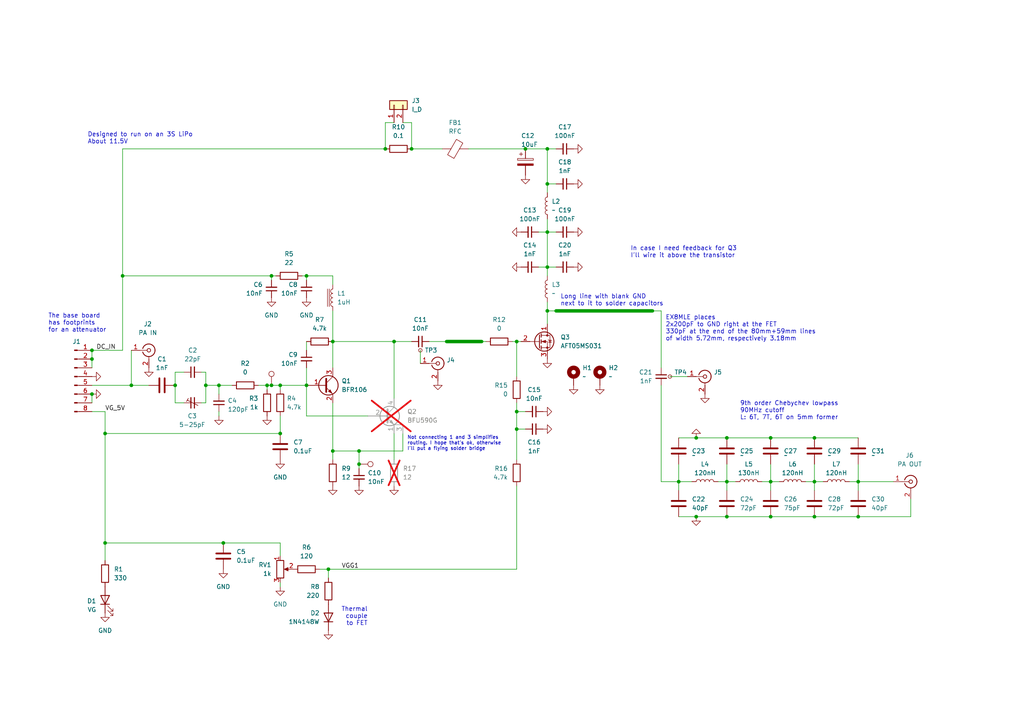
<source format=kicad_sch>
(kicad_sch (version 20230121) (generator eeschema)
  (paper "A4")
  (title_block (title "DART-70 PA") (date "2024-01-20") (rev "0") (company "HB9EGM") (comment 1 "With AFT05MS031N") (comment 2 "Inspired by EX8MLE's design for RFzero"))
  (lib_symbols
    (symbol "Connector:Conn_01x08_Male" (pin_names (offset 1.016) hide)
      (property "Reference" "J" (at 0 10.16 0))
      (property "Value" "Conn_01x08_Male" (at 0 -12.7 0))
      (symbol "Conn_01x08_Male_1_1"
        (polyline (pts (xy 1.27 -10.16) (xy 0.8636 -10.16)) (stroke (width 0.1524)))
        (polyline (pts (xy 1.27 -7.62) (xy 0.8636 -7.62)) (stroke (width 0.1524)))
        (polyline (pts (xy 1.27 -5.08) (xy 0.8636 -5.08)) (stroke (width 0.1524)))
        (polyline (pts (xy 1.27 -2.54) (xy 0.8636 -2.54)) (stroke (width 0.1524)))
        (polyline (pts (xy 1.27 0) (xy 0.8636 0)) (stroke (width 0.1524)))
        (polyline (pts (xy 1.27 2.54) (xy 0.8636 2.54)) (stroke (width 0.1524)))
        (polyline (pts (xy 1.27 5.08) (xy 0.8636 5.08)) (stroke (width 0.1524)))
        (polyline (pts (xy 1.27 7.62) (xy 0.8636 7.62)) (stroke (width 0.1524)))
        (rectangle (start 0.8636 -10.033) (end 0 -10.287) (stroke (width 0.1524)) (fill (type outline)))
        (rectangle (start 0.8636 -7.493) (end 0 -7.747) (stroke (width 0.1524)) (fill (type outline)))
        (rectangle (start 0.8636 -4.953) (end 0 -5.207) (stroke (width 0.1524)) (fill (type outline)))
        (rectangle (start 0.8636 -2.413) (end 0 -2.667) (stroke (width 0.1524)) (fill (type outline)))
        (rectangle (start 0.8636 0.127) (end 0 -0.127) (stroke (width 0.1524)) (fill (type outline)))
        (rectangle (start 0.8636 2.667) (end 0 2.413) (stroke (width 0.1524)) (fill (type outline)))
        (rectangle (start 0.8636 5.207) (end 0 4.953) (stroke (width 0.1524)) (fill (type outline)))
        (rectangle (start 0.8636 7.747) (end 0 7.493) (stroke (width 0.1524)) (fill (type outline)))
        (pin passive line (at 5.08 7.62 180) (length 3.81) (name "Pin_1") (number "1"))
        (pin passive line (at 5.08 5.08 180) (length 3.81) (name "Pin_2") (number "2"))
        (pin passive line (at 5.08 2.54 180) (length 3.81) (name "Pin_3") (number "3"))
        (pin passive line (at 5.08 0 180) (length 3.81) (name "Pin_4") (number "4"))
        (pin passive line (at 5.08 -2.54 180) (length 3.81) (name "Pin_5") (number "5"))
        (pin passive line (at 5.08 -5.08 180) (length 3.81) (name "Pin_6") (number "6"))
        (pin passive line (at 5.08 -7.62 180) (length 3.81) (name "Pin_7") (number "7"))
        (pin passive line (at 5.08 -10.16 180) (length 3.81) (name "Pin_8") (number "8"))
      )
    )
    (symbol "Connector:Conn_Coaxial" (pin_names (offset 1.016) hide)
      (property "Reference" "J" (at 0.254 3.048 0))
      (property "Value" "Conn_Coaxial" (at 2.921 0 90))
      (symbol "Conn_Coaxial_0_1"
        (arc (start -1.778 -0.508) (mid 0.222 -1.808) (end 1.778 0) (stroke (width 0.254)))
        (polyline (pts (xy -2.54 0) (xy -0.508 0)))
        (polyline (pts (xy 0 -2.54) (xy 0 -1.778)))
        (circle (center 0 0) (radius 0.508) (stroke (width 0.2032)))
        (arc (start 1.778 0) (mid 0.2221 1.8083) (end -1.778 0.508) (stroke (width 0.254)))
      )
      (symbol "Conn_Coaxial_1_1"
        (pin passive line (at -5.08 0 0) (length 2.54) (name "In") (number "1"))
        (pin passive line (at 0 -5.08 90) (length 2.54) (name "Ext") (number "2"))
      )
    )
    (symbol "Connector:TestPoint" (pin_numbers hide) (pin_names (offset 0.762) hide)
      (property "Reference" "TP" (at 0 6.858 0))
      (property "Value" "TestPoint" (at 0 5.08 0))
      (symbol "TestPoint_0_1"
        (circle (center 0 3.302) (radius 0.762))
      )
      (symbol "TestPoint_1_1"
        (pin passive line (at 0 0 90) (length 2.54) (name "1") (number "1"))
      )
    )
    (symbol "Connector:TestPoint_Small" (pin_numbers hide) (pin_names (offset 0.762) hide)
      (property "Reference" "TP" (at 0 3.81 0))
      (property "Value" "TestPoint_Small" (at 0 2.032 0))
      (symbol "TestPoint_Small_0_1"
        (circle (center 0 0) (radius 0.508))
      )
      (symbol "TestPoint_Small_1_1"
        (pin passive line (at 0 0 90) (length 0) (name "1") (number "1"))
      )
    )
    (symbol "Connector_Generic:Conn_01x02" (pin_names (offset 1.016) hide)
      (property "Reference" "J" (at 0 2.54 0))
      (property "Value" "Conn_01x02" (at 0 -5.08 0))
      (symbol "Conn_01x02_1_1"
        (rectangle (start -1.27 -2.413) (end 0 -2.667) (stroke (width 0.1524)))
        (rectangle (start -1.27 0.127) (end 0 -0.127) (stroke (width 0.1524)))
        (rectangle (start -1.27 1.27) (end 1.27 -3.81) (stroke (width 0.254)) (fill (type background)))
        (pin passive line (at -5.08 0 0) (length 3.81) (name "Pin_1") (number "1"))
        (pin passive line (at -5.08 -2.54 0) (length 3.81) (name "Pin_2") (number "2"))
      )
    )
    (symbol "Device:C" (pin_numbers hide) (pin_names (offset 0.254))
      (property "Reference" "C" (at 0.635 2.54 0))
      (property "Value" "C" (at 0.635 -2.54 0))
      (symbol "C_0_1"
        (polyline (pts (xy -2.032 -0.762) (xy 2.032 -0.762)) (stroke (width 0.508)))
        (polyline (pts (xy -2.032 0.762) (xy 2.032 0.762)) (stroke (width 0.508)))
      )
      (symbol "C_1_1"
        (pin passive line (at 0 3.81 270) (length 2.794) (name "~") (number "1"))
        (pin passive line (at 0 -3.81 90) (length 2.794) (name "~") (number "2"))
      )
    )
    (symbol "Device:C_Polarized" (pin_numbers hide) (pin_names (offset 0.254))
      (property "Reference" "C" (at 0.635 2.54 0))
      (property "Value" "C_Polarized" (at 0.635 -2.54 0))
      (symbol "C_Polarized_0_1"
        (rectangle (start -2.286 0.508) (end 2.286 1.016))
        (polyline (pts (xy -1.778 2.286) (xy -0.762 2.286)))
        (polyline (pts (xy -1.27 2.794) (xy -1.27 1.778)))
        (rectangle (start 2.286 -0.508) (end -2.286 -1.016) (fill (type outline)))
      )
      (symbol "C_Polarized_1_1"
        (pin passive line (at 0 3.81 270) (length 2.794) (name "~") (number "1"))
        (pin passive line (at 0 -3.81 90) (length 2.794) (name "~") (number "2"))
      )
    )
    (symbol "Device:C_Small" (pin_numbers hide) (pin_names (offset 0.254) hide)
      (property "Reference" "C" (at 0.254 1.778 0))
      (property "Value" "C_Small" (at 0.254 -2.032 0))
      (symbol "C_Small_0_1"
        (polyline (pts (xy -1.524 -0.508) (xy 1.524 -0.508)) (stroke (width 0.3302)))
        (polyline (pts (xy -1.524 0.508) (xy 1.524 0.508)) (stroke (width 0.3048)))
      )
      (symbol "C_Small_1_1"
        (pin passive line (at 0 2.54 270) (length 2.032) (name "~") (number "1"))
        (pin passive line (at 0 -2.54 90) (length 2.032) (name "~") (number "2"))
      )
    )
    (symbol "Device:C_Trim_Small" (pin_numbers hide) (pin_names (offset 0.254) hide)
      (property "Reference" "C" (at 1.524 -2.032 0))
      (property "Value" "C_Trim_Small" (at 3.048 -3.556 0))
      (symbol "C_Trim_Small_0_1"
        (polyline (pts (xy -1.524 -0.508) (xy 1.524 -0.508)) (stroke (width 0.3048)))
        (polyline (pts (xy -1.524 0.508) (xy 1.524 0.508)) (stroke (width 0.3048)))
        (polyline (pts (xy 0.762 1.524) (xy -0.762 -1.524)) (stroke (width 0.1778)))
        (polyline (pts (xy 1.27 1.27) (xy 0.381 1.778)) (stroke (width 0.1778)))
      )
      (symbol "C_Trim_Small_1_1"
        (pin passive line (at 0 2.54 270) (length 2.032) (name "~") (number "1"))
        (pin passive line (at 0 -2.54 90) (length 2.032) (name "~") (number "2"))
      )
    )
    (symbol "Device:FerriteBead" (pin_numbers hide) (pin_names (offset 0))
      (property "Reference" "FB" (at -3.81 0.635 90))
      (property "Value" "FerriteBead" (at 3.81 0 90))
      (symbol "FerriteBead_0_1"
        (polyline (pts (xy 0 -1.27) (xy 0 -1.2192)))
        (polyline (pts (xy 0 1.27) (xy 0 1.2954)))
        (polyline (pts (xy -2.7686 0.4064) (xy -1.7018 2.2606) (xy 2.7686 -0.3048) (xy 1.6764 -2.159) (xy -2.7686 0.4064)))
      )
      (symbol "FerriteBead_1_1"
        (pin passive line (at 0 3.81 270) (length 2.54) (name "~") (number "1"))
        (pin passive line (at 0 -3.81 90) (length 2.54) (name "~") (number "2"))
      )
    )
    (symbol "Device:L" (pin_numbers hide) (pin_names (offset 1.016) hide)
      (property "Reference" "L" (at -1.27 0 90))
      (property "Value" "L" (at 1.905 0 90))
      (symbol "L_0_1"
        (arc (start 0 -2.54) (mid 0.6323 -1.905) (end 0 -1.27))
        (arc (start 0 -1.27) (mid 0.6323 -0.635) (end 0 0))
        (arc (start 0 0) (mid 0.6323 0.635) (end 0 1.27))
        (arc (start 0 1.27) (mid 0.6323 1.905) (end 0 2.54))
      )
      (symbol "L_1_1"
        (pin passive line (at 0 3.81 270) (length 1.27) (name "1") (number "1"))
        (pin passive line (at 0 -3.81 90) (length 1.27) (name "2") (number "2"))
      )
    )
    (symbol "Device:LED" (pin_numbers hide) (pin_names (offset 1.016) hide)
      (property "Reference" "D" (at 0 2.54 0))
      (property "Value" "LED" (at 0 -2.54 0))
      (symbol "LED_0_1"
        (polyline (pts (xy -1.27 -1.27) (xy -1.27 1.27)) (stroke (width 0.254)))
        (polyline (pts (xy -1.27 0) (xy 1.27 0)))
        (polyline (pts (xy 1.27 -1.27) (xy 1.27 1.27) (xy -1.27 0) (xy 1.27 -1.27)) (stroke (width 0.254)))
        (polyline (pts (xy -3.048 -0.762) (xy -4.572 -2.286) (xy -3.81 -2.286) (xy -4.572 -2.286) (xy -4.572 -1.524)))
        (polyline (pts (xy -1.778 -0.762) (xy -3.302 -2.286) (xy -2.54 -2.286) (xy -3.302 -2.286) (xy -3.302 -1.524)))
      )
      (symbol "LED_1_1"
        (pin passive line (at -3.81 0 0) (length 2.54) (name "K") (number "1"))
        (pin passive line (at 3.81 0 180) (length 2.54) (name "A") (number "2"))
      )
    )
    (symbol "Device:L_Iron" (pin_numbers hide) (pin_names (offset 1.016) hide)
      (property "Reference" "L" (at -1.27 0 90))
      (property "Value" "L_Iron" (at 2.794 0 90))
      (symbol "L_Iron_0_1"
        (arc (start 0 -2.54) (mid 0.6323 -1.905) (end 0 -1.27))
        (arc (start 0 -1.27) (mid 0.6323 -0.635) (end 0 0))
        (polyline (pts (xy 1.016 2.54) (xy 1.016 -2.54)))
        (polyline (pts (xy 1.524 -2.54) (xy 1.524 2.54)))
        (arc (start 0 0) (mid 0.6323 0.635) (end 0 1.27))
        (arc (start 0 1.27) (mid 0.6323 1.905) (end 0 2.54))
      )
      (symbol "L_Iron_1_1"
        (pin passive line (at 0 3.81 270) (length 1.27) (name "1") (number "1"))
        (pin passive line (at 0 -3.81 90) (length 1.27) (name "2") (number "2"))
      )
    )
    (symbol "Device:Q_NMOS_DGS" (pin_names (offset 0) hide)
      (property "Reference" "Q" (at 5.08 1.27 0))
      (property "Value" "Q_NMOS_DGS" (at 5.08 -1.27 0))
      (symbol "Q_NMOS_DGS_0_1"
        (polyline (pts (xy 0.254 0) (xy -2.54 0)))
        (polyline (pts (xy 0.254 1.905) (xy 0.254 -1.905)) (stroke (width 0.254)))
        (polyline (pts (xy 0.762 -1.27) (xy 0.762 -2.286)) (stroke (width 0.254)))
        (polyline (pts (xy 0.762 0.508) (xy 0.762 -0.508)) (stroke (width 0.254)))
        (polyline (pts (xy 0.762 2.286) (xy 0.762 1.27)) (stroke (width 0.254)))
        (polyline (pts (xy 2.54 2.54) (xy 2.54 1.778)))
        (polyline (pts (xy 2.54 -2.54) (xy 2.54 0) (xy 0.762 0)))
        (polyline (pts (xy 0.762 -1.778) (xy 3.302 -1.778) (xy 3.302 1.778) (xy 0.762 1.778)))
        (polyline (pts (xy 1.016 0) (xy 2.032 0.381) (xy 2.032 -0.381) (xy 1.016 0)) (fill (type outline)))
        (polyline (pts (xy 2.794 0.508) (xy 2.921 0.381) (xy 3.683 0.381) (xy 3.81 0.254)))
        (polyline (pts (xy 3.302 0.381) (xy 2.921 -0.254) (xy 3.683 -0.254) (xy 3.302 0.381)))
        (circle (center 1.651 0) (radius 2.794) (stroke (width 0.254)))
        (circle (center 2.54 -1.778) (radius 0.254) (fill (type outline)))
        (circle (center 2.54 1.778) (radius 0.254) (fill (type outline)))
      )
      (symbol "Q_NMOS_DGS_1_1"
        (pin passive line (at 2.54 5.08 270) (length 2.54) (name "D") (number "1"))
        (pin input line (at -5.08 0 0) (length 2.54) (name "G") (number "2"))
        (pin passive line (at 2.54 -5.08 90) (length 2.54) (name "S") (number "3"))
      )
    )
    (symbol "Device:R" (pin_numbers hide) (pin_names (offset 0))
      (property "Reference" "R" (at 2.032 0 90))
      (property "Value" "R" (at 0 0 90))
      (symbol "R_0_1"
        (rectangle (start -1.016 -2.54) (end 1.016 2.54) (stroke (width 0.254)))
      )
      (symbol "R_1_1"
        (pin passive line (at 0 3.81 270) (length 1.27) (name "~") (number "1"))
        (pin passive line (at 0 -3.81 90) (length 1.27) (name "~") (number "2"))
      )
    )
    (symbol "Device:R_Potentiometer" (pin_names (offset 1.016) hide)
      (property "Reference" "RV" (at -4.445 0 90))
      (property "Value" "R_Potentiometer" (at -2.54 0 90))
      (symbol "R_Potentiometer_0_1"
        (polyline (pts (xy 2.54 0) (xy 1.524 0)))
        (polyline (pts (xy 1.143 0) (xy 2.286 0.508) (xy 2.286 -0.508) (xy 1.143 0)) (fill (type outline)))
        (rectangle (start 1.016 2.54) (end -1.016 -2.54) (stroke (width 0.254)))
      )
      (symbol "R_Potentiometer_1_1"
        (pin passive line (at 0 3.81 270) (length 1.27) (name "1") (number "1"))
        (pin passive line (at 3.81 0 180) (length 1.27) (name "2") (number "2"))
        (pin passive line (at 0 -3.81 90) (length 1.27) (name "3") (number "3"))
      )
    )
    (symbol "Diode:1N4148W" (pin_numbers hide) (pin_names hide)
      (property "Reference" "D" (at 0 2.54 0))
      (property "Value" "1N4148W" (at 0 -2.54 0))
      (symbol "1N4148W_0_1"
        (polyline (pts (xy -1.27 1.27) (xy -1.27 -1.27)) (stroke (width 0.254)))
        (polyline (pts (xy 1.27 0) (xy -1.27 0)))
        (polyline (pts (xy 1.27 1.27) (xy 1.27 -1.27) (xy -1.27 0) (xy 1.27 1.27)) (stroke (width 0.254)))
      )
      (symbol "1N4148W_1_1"
        (pin passive line (at -3.81 0 0) (length 2.54) (name "K") (number "1"))
        (pin passive line (at 3.81 0 180) (length 2.54) (name "A") (number "2"))
      )
    )
    (symbol "Mechanical:MountingHole_Pad" (pin_numbers hide) (pin_names (offset 1.016) hide)
      (property "Reference" "H" (at 0 6.35 0))
      (property "Value" "MountingHole_Pad" (at 0 4.445 0))
      (symbol "MountingHole_Pad_0_1"
        (circle (center 0 1.27) (radius 1.27) (stroke (width 1.27)))
      )
      (symbol "MountingHole_Pad_1_1"
        (pin input line (at 0 -2.54 90) (length 2.54) (name "1") (number "1"))
      )
    )
    (symbol "Transistor_BJT:MMBT3904" (pin_names (offset 0) hide)
      (property "Reference" "Q" (at 5.08 1.905 0))
      (property "Value" "MMBT3904" (at 5.08 0 0))
      (symbol "MMBT3904_0_1"
        (polyline (pts (xy 0.635 0.635) (xy 2.54 2.54)))
        (polyline (pts (xy 0.635 -0.635) (xy 2.54 -2.54) (xy 2.54 -2.54)))
        (polyline (pts (xy 0.635 1.905) (xy 0.635 -1.905) (xy 0.635 -1.905)) (stroke (width 0.508)))
        (polyline (pts (xy 1.27 -1.778) (xy 1.778 -1.27) (xy 2.286 -2.286) (xy 1.27 -1.778) (xy 1.27 -1.778)) (fill (type outline)))
        (circle (center 1.27 0) (radius 2.8194) (stroke (width 0.254)))
      )
      (symbol "MMBT3904_1_1"
        (pin input line (at -5.08 0 0) (length 5.715) (name "B") (number "1"))
        (pin passive line (at 2.54 -5.08 90) (length 2.54) (name "E") (number "2"))
        (pin passive line (at 2.54 5.08 270) (length 2.54) (name "C") (number "3"))
      )
    )
    (symbol "mpb:BFU590G" (pin_names (offset 0) hide)
      (property "Reference" "Q" (at 5.08 1.27 0))
      (property "Value" "BFU590G" (at 5.08 -1.27 0))
      (symbol "BFU590G_0_1"
        (polyline (pts (xy 0.635 0.635) (xy 2.54 2.54)))
        (polyline (pts (xy 2.54 -2.54) (xy 5.08 -2.54)))
        (polyline (pts (xy 0.635 -0.635) (xy 2.54 -2.54) (xy 2.54 -2.54)))
        (polyline (pts (xy 0.635 1.905) (xy 0.635 -1.905) (xy 0.635 -1.905)) (stroke (width 0.508)))
        (polyline (pts (xy 1.27 -1.778) (xy 1.778 -1.27) (xy 2.286 -2.286) (xy 1.27 -1.778) (xy 1.27 -1.778)) (fill (type outline)))
        (circle (center 1.27 0) (radius 2.8194) (stroke (width 0.254)))
      )
      (symbol "BFU590G_1_1"
        (pin passive line (at 2.54 -5.08 90) (length 2.54) (name "E") (number "1"))
        (pin input line (at -5.08 0 0) (length 5.715) (name "B") (number "2"))
        (pin passive line (at 5.08 -5.08 90) (length 2.54) (name "C") (number "3"))
        (pin passive line (at 2.54 5.08 270) (length 2.54) (name "C") (number "4"))
      )
    )
    (symbol "power:GND" (power) (pin_names (offset 0))
      (property "Value" "GND" (at 0 -3.81 0))
      (symbol "GND_0_1"
        (polyline (pts (xy 0 0) (xy 0 -1.27) (xy 1.27 -1.27) (xy 0 -2.54) (xy -1.27 -1.27) (xy 0 -1.27)))
      )
      (symbol "GND_1_1"
        (pin power_in line (at 0 0 270) (length 0) hide (name "GND") (number "1"))
      )
    )
  )
  (junction (at 248.92 139.7))
  (junction (at 77.47 111.76))
  (junction (at 104.14 134.62))
  (junction (at 152.4 43.18))
  (junction (at 223.52 127))
  (junction (at 30.48 125.73))
  (junction (at 26.67 104.14))
  (junction (at 119.38 43.18))
  (junction (at 95.25 165.1))
  (junction (at 81.28 125.73))
  (junction (at 26.67 114.3))
  (junction (at 35.56 80.01))
  (junction (at 149.86 99.06))
  (junction (at 64.77 157.48))
  (junction (at 26.67 101.6))
  (junction (at 88.9 80.01))
  (junction (at 196.85 139.7))
  (junction (at 236.22 149.86))
  (junction (at 30.48 157.48))
  (junction (at 158.75 67.31))
  (junction (at 223.52 149.86))
  (junction (at 78.74 111.76))
  (junction (at 114.3 99.06))
  (junction (at 50.8 111.76))
  (junction (at 96.52 130.81))
  (junction (at 88.9 111.76))
  (junction (at 158.75 90.17))
  (junction (at 236.22 139.7))
  (junction (at 149.86 119.38))
  (junction (at 59.69 111.76))
  (junction (at 96.52 99.06))
  (junction (at 81.28 111.76))
  (junction (at 158.75 43.18))
  (junction (at 201.93 149.86))
  (junction (at 158.75 53.34))
  (junction (at 210.82 127))
  (junction (at 223.52 139.7))
  (junction (at 38.1 111.76))
  (junction (at 63.5 111.76))
  (junction (at 149.86 124.46))
  (junction (at 236.22 127))
  (junction (at 210.82 139.7))
  (junction (at 78.74 80.01))
  (junction (at 111.76 43.18))
  (junction (at 104.14 130.81))
  (junction (at 158.75 77.47))
  (junction (at 201.93 127))
  (junction (at 210.82 149.86))
  (junction (at 248.92 149.86))
  (wire (pts (xy 208.28 139.7) (xy 210.82 139.7)))
  (wire (pts (xy 78.74 111.76) (xy 81.28 111.76)))
  (wire (pts (xy 114.3 99.06) (xy 119.38 99.06)))
  (wire (pts (xy 223.52 134.62) (xy 223.52 139.7)))
  (wire (pts (xy 87.63 80.01) (xy 88.9 80.01)))
  (wire (pts (xy 201.93 149.86) (xy 210.82 149.86)))
  (wire (pts (xy 149.86 99.06) (xy 151.13 99.06)))
  (wire (pts (xy 59.69 111.76) (xy 59.69 116.84)))
  (wire (pts (xy 26.67 114.3) (xy 26.67 116.84)))
  (wire (pts (xy 210.82 134.62) (xy 210.82 139.7)))
  (wire (pts (xy 81.28 120.65) (xy 81.28 125.73)))
  (wire (pts (xy 35.56 43.18) (xy 35.56 80.01)))
  (wire (pts (xy 35.56 80.01) (xy 78.74 80.01)))
  (wire (pts (xy 248.92 142.24) (xy 248.92 139.7)))
  (wire (pts (xy 88.9 106.68) (xy 88.9 111.76)))
  (wire (pts (xy 161.29 67.31) (xy 158.75 67.31)))
  (wire (pts (xy 158.75 90.17) (xy 161.29 90.17)))
  (wire (pts (xy 111.76 43.18) (xy 111.76 35.56)))
  (wire (pts (xy 77.47 111.76) (xy 77.47 113.03)))
  (wire (pts (xy 111.76 35.56) (xy 114.3 35.56)))
  (wire (pts (xy 30.48 125.73) (xy 30.48 157.48)))
  (wire (pts (xy 149.86 165.1) (xy 149.86 140.97)))
  (wire (pts (xy 114.3 125.73) (xy 114.3 133.35)))
  (wire (pts (xy 264.16 149.86) (xy 264.16 144.78)))
  (wire (pts (xy 191.77 106.68) (xy 191.77 90.17)))
  (wire (pts (xy 30.48 119.38) (xy 30.48 125.73)))
  (wire (pts (xy 196.85 134.62) (xy 196.85 139.7)))
  (wire (pts (xy 210.82 127) (xy 223.52 127)))
  (wire (pts (xy 236.22 149.86) (xy 248.92 149.86)))
  (wire (pts (xy 149.86 99.06) (xy 149.86 109.22)))
  (wire (pts (xy 149.86 133.35) (xy 149.86 124.46)))
  (wire (pts (xy 246.38 139.7) (xy 248.92 139.7)))
  (wire (pts (xy 88.9 120.65) (xy 106.68 120.65)))
  (wire (pts (xy 26.67 101.6) (xy 35.56 101.6)))
  (wire (pts (xy 30.48 157.48) (xy 64.77 157.48)))
  (wire (pts (xy 148.59 99.06) (xy 149.86 99.06)))
  (wire (pts (xy 191.77 139.7) (xy 196.85 139.7)))
  (wire (pts (xy 119.38 35.56) (xy 119.38 43.18)))
  (wire (pts (xy 30.48 125.73) (xy 81.28 125.73)))
  (wire (pts (xy 236.22 134.62) (xy 236.22 139.7)))
  (wire (pts (xy 158.75 53.34) (xy 158.75 55.88)))
  (wire (pts (xy 96.52 99.06) (xy 96.52 106.68)))
  (wire (pts (xy 78.74 80.01) (xy 80.01 80.01)))
  (wire (pts (xy 81.28 161.29) (xy 81.28 157.48)))
  (wire (pts (xy 35.56 43.18) (xy 111.76 43.18)))
  (wire (pts (xy 58.42 107.95) (xy 59.69 107.95)))
  (wire (pts (xy 158.75 43.18) (xy 161.29 43.18)))
  (wire (pts (xy 26.67 101.6) (xy 26.67 104.14)))
  (wire (pts (xy 149.86 119.38) (xy 149.86 124.46)))
  (wire (pts (xy 88.9 120.65) (xy 88.9 111.76)))
  (wire (pts (xy 156.21 77.47) (xy 158.75 77.47)))
  (wire (pts (xy 149.86 124.46) (xy 152.4 124.46)))
  (wire (pts (xy 248.92 134.62) (xy 248.92 139.7)))
  (wire (pts (xy 201.93 127) (xy 210.82 127)))
  (wire (pts (xy 233.68 139.7) (xy 236.22 139.7)))
  (wire (pts (xy 158.75 43.18) (xy 158.75 53.34)))
  (wire (pts (xy 53.34 107.95) (xy 50.8 107.95)))
  (wire (pts (xy 104.14 130.81) (xy 116.84 130.81)))
  (wire (pts (xy 223.52 149.86) (xy 236.22 149.86)))
  (wire (pts (xy 158.75 53.34) (xy 161.29 53.34)))
  (wire (pts (xy 248.92 139.7) (xy 259.08 139.7)))
  (wire (pts (xy 88.9 81.28) (xy 88.9 80.01)))
  (wire (pts (xy 223.52 127) (xy 236.22 127)))
  (wire (pts (xy 26.67 111.76) (xy 38.1 111.76)))
  (wire (pts (xy 77.47 111.76) (xy 78.74 111.76)))
  (wire (pts (xy 121.92 101.6) (xy 121.92 105.41)))
  (wire (pts (xy 114.3 99.06) (xy 114.3 115.57)))
  (wire (pts (xy 38.1 111.76) (xy 43.18 111.76)))
  (wire (pts (xy 158.75 67.31) (xy 158.75 77.47)))
  (wire (pts (xy 116.84 35.56) (xy 119.38 35.56)))
  (wire (pts (xy 96.52 130.81) (xy 96.52 116.84)))
  (wire (pts (xy 196.85 139.7) (xy 200.66 139.7)))
  (wire (pts (xy 139.7 99.06) (xy 140.97 99.06)))
  (wire (pts (xy 248.92 149.86) (xy 264.16 149.86)))
  (wire (pts (xy 30.48 157.48) (xy 30.48 162.56)))
  (wire (pts (xy 223.52 139.7) (xy 226.06 139.7)))
  (wire (pts (xy 96.52 90.17) (xy 96.52 99.06)))
  (wire (pts (xy 74.93 111.76) (xy 77.47 111.76)))
  (wire (pts (xy 26.67 104.14) (xy 26.67 106.68)))
  (wire (pts (xy 236.22 142.24) (xy 236.22 139.7)))
  (wire (pts (xy 104.14 130.81) (xy 104.14 134.62)))
  (wire (pts (xy 35.56 101.6) (xy 35.56 80.01)))
  (wire (pts (xy 124.46 99.06) (xy 129.54 99.06)))
  (wire (pts (xy 158.75 77.47) (xy 158.75 80.01)))
  (wire (pts (xy 104.14 130.81) (xy 96.52 130.81)))
  (wire (pts (xy 210.82 139.7) (xy 213.36 139.7)))
  (wire (pts (xy 38.1 101.6) (xy 38.1 111.76)))
  (wire (pts (xy 81.28 111.76) (xy 81.28 113.03)))
  (wire (pts (xy 50.8 107.95) (xy 50.8 111.76)))
  (wire (pts (xy 59.69 107.95) (xy 59.69 111.76)))
  (wire (pts (xy 189.23 90.17) (xy 191.77 90.17)))
  (wire (pts (xy 223.52 142.24) (xy 223.52 139.7)))
  (wire (pts (xy 196.85 149.86) (xy 201.93 149.86)))
  (wire (pts (xy 78.74 81.28) (xy 78.74 80.01)))
  (wire (pts (xy 129.54 99.06) (xy 139.7 99.06)) (stroke (width 1)))
  (wire (pts (xy 88.9 80.01) (xy 96.52 80.01)))
  (wire (pts (xy 50.8 116.84) (xy 50.8 111.76)))
  (wire (pts (xy 158.75 63.5) (xy 158.75 67.31)))
  (wire (pts (xy 135.89 43.18) (xy 152.4 43.18)))
  (wire (pts (xy 196.85 142.24) (xy 196.85 139.7)))
  (wire (pts (xy 104.14 135.89) (xy 104.14 134.62)))
  (wire (pts (xy 53.34 116.84) (xy 50.8 116.84)))
  (wire (pts (xy 63.5 111.76) (xy 67.31 111.76)))
  (wire (pts (xy 149.86 119.38) (xy 152.4 119.38)))
  (wire (pts (xy 95.25 165.1) (xy 149.86 165.1)))
  (wire (pts (xy 149.86 116.84) (xy 149.86 119.38)))
  (wire (pts (xy 96.52 130.81) (xy 96.52 133.35)))
  (wire (pts (xy 152.4 43.18) (xy 158.75 43.18)))
  (wire (pts (xy 119.38 43.18) (xy 128.27 43.18)))
  (wire (pts (xy 196.85 127) (xy 201.93 127)))
  (wire (pts (xy 95.25 167.64) (xy 95.25 165.1)))
  (wire (pts (xy 81.28 111.76) (xy 88.9 111.76)))
  (wire (pts (xy 161.29 90.17) (xy 189.23 90.17)) (stroke (width 1)))
  (wire (pts (xy 156.21 67.31) (xy 158.75 67.31)))
  (wire (pts (xy 88.9 99.06) (xy 88.9 101.6)))
  (wire (pts (xy 236.22 127) (xy 248.92 127)))
  (wire (pts (xy 63.5 119.38) (xy 63.5 120.65)))
  (wire (pts (xy 96.52 99.06) (xy 114.3 99.06)))
  (wire (pts (xy 161.29 77.47) (xy 158.75 77.47)))
  (wire (pts (xy 116.84 130.81) (xy 116.84 125.73)))
  (wire (pts (xy 158.75 90.17) (xy 158.75 93.98)))
  (wire (pts (xy 81.28 157.48) (xy 64.77 157.48)))
  (wire (pts (xy 210.82 142.24) (xy 210.82 139.7)))
  (wire (pts (xy 236.22 139.7) (xy 238.76 139.7)))
  (wire (pts (xy 59.69 116.84) (xy 58.42 116.84)))
  (wire (pts (xy 81.28 170.18) (xy 81.28 168.91)))
  (wire (pts (xy 96.52 80.01) (xy 96.52 82.55)))
  (wire (pts (xy 158.75 87.63) (xy 158.75 90.17)))
  (wire (pts (xy 59.69 111.76) (xy 63.5 111.76)))
  (wire (pts (xy 63.5 111.76) (xy 63.5 114.3)))
  (wire (pts (xy 220.98 139.7) (xy 223.52 139.7)))
  (wire (pts (xy 191.77 111.76) (xy 191.77 139.7)))
  (wire (pts (xy 30.48 119.38) (xy 26.67 119.38)))
  (wire (pts (xy 210.82 149.86) (xy 223.52 149.86)))
  (wire (pts (xy 95.25 165.1) (xy 92.71 165.1)))
  (wire (pts (xy 199.39 109.22) (xy 194.31 109.22)))
  (text "EX8MLE places\n2x200pF to GND right at the FET\n330pF at the end of the 80mm+59mm lines\nof width 5.72mm, respectively 3.18mm" (at 193.04 99.06 0) (effects (font (size 1.27 1.27)) (justify left bottom)))
  (text "Designed to run on an 3S LiPo\nAbout 11.5V" (at 25.4 41.91 0) (effects (font (size 1.27 1.27)) (justify left bottom)))
  (text "The base board\nhas footprints\nfor an attenuator" (at 13.97 96.52 0) (effects (font (size 1.27 1.27)) (justify left bottom)))
  (text "Not connecting 1 and 3 simplifies\nrouting. I hope that's ok, otherwise\nI'll put a flying solder bridge" (at 118.11 130.81 0) (effects (font (size 1 1)) (justify left bottom)))
  (text "Long line with blank GND\nnext to it to solder capacitors" (at 162.56 88.9 0) (effects (font (size 1.27 1.27)) (justify left bottom)))
  (text "Thermal\ncouple\nto FET" (at 106.68 181.61 0) (effects (font (size 1.27 1.27)) (justify right bottom)))
  (text "9th order Chebychev lowpass\n90MHz cutoff\nL: 6T, 7T, 6T on 5mm former" (at 214.63 121.92 0) (effects (font (size 1.27 1.27)) (justify left bottom)))
  (text "In case I need feedback for Q3\nI'll wire it above the transistor" (at 182.88 74.93 0) (effects (font (size 1.27 1.27)) (justify left bottom)))
  (label "VGG1" (at 99.06 165.1 0))
  (label "VG_5V" (at 30.48 119.38 0))
  (label "DC_IN" (at 27.94 101.6 0))
  (symbol (lib_id "power:GND") (at 81.28 133.35 0) (unit 1)
    (property "Reference" "#PWR09" (effects hide))
    (property "Value" "GND" (at 81.28 138.43 0))
  )
  (symbol (lib_id "power:GND") (at 30.48 177.8 0) (unit 1)
    (property "Reference" "#PWR03" (effects hide))
    (property "Value" "GND" (at 30.48 182.88 0))
  )
  (symbol (lib_id "power:GND") (at 166.37 111.76 0) (unit 1)
    (property "Reference" "#PWR029" (effects hide))
    (property "Value" "GND" (effects hide))
  )
  (symbol (lib_id "power:GND") (at 127 110.49 0) (unit 1)
    (property "Reference" "#PWR015" (effects hide))
    (property "Value" "GND" (effects hide))
  )
  (symbol (lib_id "power:GND") (at 114.3 140.97 0) (unit 1)
    (property "Reference" "#PWR031" (effects hide))
    (property "Value" "GND" (effects hide))
  )
  (symbol (lib_id "Device:C") (at 236.22 130.81 0) (unit 1)
    (property "Reference" "C29" (at 240.03 130.81 0) (effects (justify left)))
    (property "Value" "~" (at 240.03 132.08 0) (effects (justify left)))
    (property "Footprint" "Capacitor_SMD:C_0805_2012Metric_Pad1.18x1.45mm_HandSolder" (effects hide))
    (property "Need_order" "0" (effects hide))
  )
  (symbol (lib_id "power:GND") (at 26.67 109.22 90) (unit 1)
    (property "Reference" "#PWR01" (effects hide))
    (property "Value" "GND" (effects hide))
  )
  (symbol (lib_id "Device:C_Small") (at 153.67 77.47 270) (unit 1)
    (property "Reference" "C14" (at 153.6636 71.12 90))
    (property "Value" "1nF" (at 153.6636 73.66 90))
    (property "Footprint" "Capacitor_SMD:C_0805_2012Metric_Pad1.18x1.45mm_HandSolder" (effects hide))
    (property "MPN" "885612007040/VJ0805A102GXXPW1BC" (effects hide))
    (property "Need_order" "0" (effects hide))
  )
  (symbol (lib_id "power:GND") (at 96.52 140.97 0) (unit 1)
    (property "Reference" "#PWR013" (effects hide))
    (property "Value" "GND" (effects hide))
  )
  (symbol (lib_id "Device:C_Small") (at 154.94 124.46 270) (unit 1)
    (property "Reference" "C16" (at 154.9336 128.27 90))
    (property "Value" "1nF" (at 154.9336 130.81 90))
    (property "Footprint" "Capacitor_SMD:C_0805_2012Metric_Pad1.18x1.45mm_HandSolder" (effects hide))
    (property "MPN" "885612007040/VJ0805A102GXXPW1BC" (effects hide))
    (property "Need_order" "0" (effects hide))
  )
  (symbol (lib_id "power:GND") (at 166.37 43.18 90) (unit 1)
    (property "Reference" "#PWR024" (effects hide))
    (property "Value" "GND" (effects hide))
  )
  (symbol (lib_id "Device:C_Small") (at 163.83 53.34 270) (unit 1)
    (property "Reference" "C18" (at 163.8236 46.99 90))
    (property "Value" "1nF" (at 163.8236 49.53 90))
    (property "Footprint" "Capacitor_SMD:C_0805_2012Metric_Pad1.18x1.45mm_HandSolder" (effects hide))
    (property "MPN" "885612007040/VJ0805A102GXXPW1BC" (effects hide))
    (property "Need_order" "0" (effects hide))
  )
  (symbol (lib_id "Connector:Conn_01x08_Male") (at 21.59 109.22 0) (unit 1)
    (property "Reference" "J1" (at 22.225 99.06 0))
    (property "Value" "PA to base" (effects hide))
    (property "Footprint" "mpb:PinHeader_1x08_P2.54mm_Boardedge_SMD" (effects hide))
    (property "MPN" "SSW-108-01-G-S" (effects hide))
    (property "Need_order" "0" (effects hide))
  )
  (symbol (lib_id "Device:R") (at 114.3 137.16 0) (mirror y) (unit 1) (dnp yes)
    (property "Reference" "R17" (at 116.84 135.8899 0) (effects (justify right)))
    (property "Value" "12" (at 116.84 138.4299 0) (effects (justify right)))
    (property "Footprint" "Resistor_SMD:R_0603_1608Metric_Pad0.98x0.95mm_HandSolder" (effects hide))
    (property "Need_order" "0" (effects hide))
  )
  (symbol (lib_id "power:GND") (at 152.4 50.8 0) (unit 1)
    (property "Reference" "#PWR020" (effects hide))
    (property "Value" "GND" (effects hide))
  )
  (symbol (lib_id "Device:C_Small") (at 63.5 116.84 180) (unit 1)
    (property "Reference" "C4" (at 66.04 116.1986 0) (effects (justify right)))
    (property "Value" "120pF" (at 66.04 118.7386 0) (effects (justify right)))
    (property "Footprint" "Capacitor_SMD:C_0805_2012Metric_Pad1.18x1.45mm_HandSolder" (effects hide))
    (property "MPN" "VJ0805A121GXXPBC" (effects hide))
    (property "Need_order" "0" (effects hide))
  )
  (symbol (lib_id "power:GND") (at 81.28 170.18 0) (unit 1)
    (property "Reference" "#PWR010" (effects hide))
    (property "Value" "GND" (at 81.28 175.26 0))
  )
  (symbol (lib_id "power:GND") (at 166.37 53.34 90) (unit 1)
    (property "Reference" "#PWR025" (effects hide))
    (property "Value" "GND" (effects hide))
  )
  (symbol (lib_id "power:GND") (at 95.25 182.88 0) (mirror y) (unit 1)
    (property "Reference" "#PWR012" (effects hide))
    (property "Value" "GND" (effects hide))
  )
  (symbol (lib_id "Device:C_Small") (at 88.9 83.82 0) (mirror x) (unit 1)
    (property "Reference" "C8" (at 86.36 82.5435 0) (effects (justify right)))
    (property "Value" "10nF" (at 86.36 85.0835 0) (effects (justify right)))
    (property "Footprint" "Capacitor_SMD:C_0805_2012Metric_Pad1.18x1.45mm_HandSolder" (effects hide))
    (property "MPN" "VJ0805A103KXJTBC" (effects hide))
    (property "Need_order" "0" (effects hide))
  )
  (symbol (lib_id "Device:C_Trim_Small") (at 55.88 116.84 90) (unit 1)
    (property "Reference" "C3" (at 55.753 120.65 90))
    (property "Value" "5-25pF" (at 55.753 123.19 90))
    (property "Footprint" "mpb:C_Trimmer_Voltronics_JZ" (effects hide))
    (property "Datasheet" "/home/bram/Sync/Doc/Datasheet/J_Series_Trim-cap-Knowles.pdf" (effects hide))
    (property "MPN" "JZ-300" (effects hide))
    (property "Need_order" "0" (effects hide))
  )
  (symbol (lib_id "Device:R") (at 96.52 137.16 0) (mirror y) (unit 1)
    (property "Reference" "R9" (at 99.06 135.8899 0) (effects (justify right)))
    (property "Value" "12" (at 99.06 138.4299 0) (effects (justify right)))
    (property "Footprint" "Resistor_SMD:R_0603_1608Metric_Pad0.98x0.95mm_HandSolder" (effects hide))
    (property "Need_order" "0" (effects hide))
  )
  (symbol (lib_id "Connector:TestPoint") (at 78.74 111.76 0) (unit 1)
    (property "Reference" "TP1" (effects hide))
    (property "Value" "V_{B}" (effects hide))
    (property "Footprint" "TestPoint:TestPoint_Pad_D2.0mm" (effects hide))
    (property "Need_order" "0" (effects hide))
  )
  (symbol (lib_id "Device:C_Small") (at 121.92 99.06 270) (mirror x) (unit 1)
    (property "Reference" "C11" (at 121.9136 92.71 90))
    (property "Value" "10nF" (at 121.9136 95.25 90))
    (property "Footprint" "Capacitor_SMD:C_0805_2012Metric_Pad1.18x1.45mm_HandSolder" (effects hide))
    (property "MPN" "VJ0805A103KXJTBC" (effects hide))
    (property "Need_order" "0" (effects hide))
  )
  (symbol (lib_id "Connector:Conn_Coaxial") (at 204.47 109.22 0) (unit 1)
    (property "Reference" "J5" (at 207.01 107.95 0) (effects (justify left)))
    (property "Value" "PA-Filter Interstage" (effects hide))
    (property "Footprint" "Connector_Coaxial:U.FL_Hirose_U.FL-R-SMT-1_Vertical" (effects hide))
    (property "Datasheet" " ~" (effects hide))
    (property "Need_order" "0" (effects hide))
  )
  (symbol (lib_id "Device:L") (at 158.75 83.82 180) (unit 1)
    (property "Reference" "L3" (at 160.02 82.55 0) (effects (justify right)))
    (property "Value" "~" (at 160.02 85.09 0) (effects (justify right)))
    (property "Footprint" "mpb:AirCoil-8mm-SMD" (effects hide))
    (property "Need_order" "0" (effects hide))
  )
  (symbol (lib_id "power:GND") (at 157.48 119.38 90) (unit 1)
    (property "Reference" "#PWR021" (effects hide))
    (property "Value" "GND" (effects hide))
  )
  (symbol (lib_id "power:GND") (at 63.5 120.65 0) (unit 1)
    (property "Reference" "#PWR05" (effects hide))
    (property "Value" "GND" (effects hide))
  )
  (symbol (lib_id "Device:C_Small") (at 78.74 83.82 0) (mirror x) (unit 1)
    (property "Reference" "C6" (at 76.2 82.5435 0) (effects (justify right)))
    (property "Value" "10nF" (at 76.2 85.0835 0) (effects (justify right)))
    (property "Footprint" "Capacitor_SMD:C_0805_2012Metric_Pad1.18x1.45mm_HandSolder" (effects hide))
    (property "MPN" "VJ0805A103KXJTBC" (effects hide))
    (property "Need_order" "0" (effects hide))
  )
  (symbol (lib_id "power:GND") (at 166.37 77.47 90) (unit 1)
    (property "Reference" "#PWR027" (effects hide))
    (property "Value" "GND" (effects hide))
  )
  (symbol (lib_id "Device:R") (at 77.47 116.84 0) (mirror y) (unit 1)
    (property "Reference" "R3" (at 74.93 115.57 0) (effects (justify left)))
    (property "Value" "1k" (at 74.93 118.11 0) (effects (justify left)))
    (property "Footprint" "Resistor_SMD:R_0603_1608Metric_Pad0.98x0.95mm_HandSolder" (effects hide))
    (property "Need_order" "0" (effects hide))
  )
  (symbol (lib_id "Connector_Generic:Conn_01x02") (at 114.3 30.48 90) (unit 1)
    (property "Reference" "J3" (at 119.38 29.2099 90) (effects (justify right)))
    (property "Value" "I_D" (at 119.38 31.7499 90) (effects (justify right)))
    (property "Footprint" "mpb:two_2mm_pads" (effects hide))
    (property "Need_order" "0" (effects hide))
  )
  (symbol (lib_id "Device:C_Small") (at 153.67 67.31 270) (unit 1)
    (property "Reference" "C13" (at 153.6636 60.96 90))
    (property "Value" "100nF" (at 153.6636 63.5 90))
    (property "Footprint" "Capacitor_SMD:C_0805_2012Metric_Pad1.18x1.45mm_HandSolder" (effects hide))
    (property "MPN" "GRM31C5C1H104JA01L" (effects hide))
    (property "Need_order" "0" (effects hide))
  )
  (symbol (lib_id "Device:C_Small") (at 191.77 109.22 0) (unit 1)
    (property "Reference" "C21" (at 189.23 107.9563 0) (effects (justify right)))
    (property "Value" "1nF" (at 189.23 110.4963 0) (effects (justify right)))
    (property "Footprint" "Capacitor_SMD:C_0805_2012Metric_Pad1.18x1.45mm_HandSolder" (effects hide))
    (property "MPN" "885612007040/VJ0805A102GXXPW1BC" (effects hide))
    (property "Need_order" "0" (effects hide))
  )
  (symbol (lib_id "Device:C") (at 236.22 146.05 0) (unit 1)
    (property "Reference" "C28" (at 240.03 144.78 0) (effects (justify left)))
    (property "Value" "72pF" (at 240.03 147.32 0) (effects (justify left)))
    (property "Footprint" "Capacitor_SMD:C_0805_2012Metric_Pad1.18x1.45mm_HandSolder" (effects hide))
    (property "Need_order" "0" (effects hide))
  )
  (symbol (lib_id "Device:R") (at 95.25 171.45 0) (mirror y) (unit 1)
    (property "Reference" "R8" (at 92.71 170.1799 0) (effects (justify left)))
    (property "Value" "220" (at 92.71 172.7199 0) (effects (justify left)))
    (property "Footprint" "Resistor_SMD:R_0603_1608Metric_Pad0.98x0.95mm_HandSolder" (effects hide))
    (property "Need_order" "0" (effects hide))
  )
  (symbol (lib_id "Device:Q_NMOS_DGS") (at 156.21 99.06 0) (unit 1)
    (property "Reference" "Q3" (at 162.56 97.79 0) (effects (justify left)))
    (property "Value" "AFT05MS031" (at 162.56 100.33 0) (effects (justify left)))
    (property "Footprint" "mpb:TO-270-2" (effects hide))
    (property "Datasheet" "/home/bram/Sync/Doc/Datasheet/AFT05MS031N.pdf" (effects hide))
  )
  (symbol (lib_id "Device:C_Small") (at 163.83 43.18 270) (unit 1)
    (property "Reference" "C17" (at 163.8236 36.83 90))
    (property "Value" "100nF" (at 163.8236 39.37 90))
    (property "Footprint" "Capacitor_SMD:C_0805_2012Metric_Pad1.18x1.45mm_HandSolder" (effects hide))
    (property "MPN" "GRM31C5C1H104JA01L" (effects hide))
    (property "Need_order" "0" (effects hide))
  )
  (symbol (lib_id "Device:R") (at 71.12 111.76 90) (mirror x) (unit 1)
    (property "Reference" "R2" (at 71.12 105.41 90))
    (property "Value" "0" (at 71.12 107.95 90))
    (property "Footprint" "Resistor_SMD:R_0805_2012Metric_Pad1.20x1.40mm_HandSolder" (effects hide))
    (property "Need_order" "0" (effects hide))
  )
  (symbol (lib_id "Connector:Conn_Coaxial") (at 264.16 139.7 0) (unit 1)
    (property "Reference" "J6" (at 263.8425 132.08 0))
    (property "Value" "PA OUT" (at 263.8425 134.62 0))
    (property "Footprint" "Connector_Coaxial:U.FL_Hirose_U.FL-R-SMT-1_Vertical" (effects hide))
    (property "Datasheet" " ~" (effects hide))
    (property "Need_order" "0" (effects hide))
  )
  (symbol (lib_id "Device:C") (at 46.99 111.76 270) (unit 1)
    (property "Reference" "C1" (at 46.99 104.14 90))
    (property "Value" "1nF" (at 46.99 106.68 90))
    (property "Footprint" "Capacitor_SMD:C_0805_2012Metric_Pad1.18x1.45mm_HandSolder" (effects hide))
    (property "MPN" "885612007040/VJ0805A102GXXPW1BC" (effects hide))
    (property "Need_order" "0" (effects hide))
  )
  (symbol (lib_id "Device:C") (at 81.28 129.54 180) (unit 1)
    (property "Reference" "C7" (at 85.09 128.2699 0) (effects (justify right)))
    (property "Value" "0.1uF" (at 85.09 130.8099 0) (effects (justify right)))
    (property "Footprint" "Capacitor_SMD:C_0603_1608Metric_Pad1.08x0.95mm_HandSolder" (effects hide))
    (property "MPN" "GRM188R71H104KA93D" (effects hide))
    (property "Need_order" "0" (effects hide))
  )
  (symbol (lib_id "Device:R") (at 149.86 113.03 0) (mirror x) (unit 1)
    (property "Reference" "R15" (at 147.32 111.76 0) (effects (justify right)))
    (property "Value" "0" (at 147.32 114.3 0) (effects (justify right)))
    (property "Footprint" "Resistor_SMD:R_0603_1608Metric_Pad0.98x0.95mm_HandSolder" (effects hide))
    (property "Need_order" "0" (effects hide))
  )
  (symbol (lib_id "Connector:TestPoint_Small") (at 194.31 109.22 180) (unit 1)
    (property "Reference" "TP4" (at 195.58 107.95 0) (effects (justify right)))
    (property "Value" "RF tap" (effects hide))
    (property "Footprint" "TestPoint:TestPoint_Pad_1.5x1.5mm" (effects hide))
  )
  (symbol (lib_id "Device:R_Potentiometer") (at 81.28 165.1 0) (unit 1)
    (property "Reference" "RV1" (at 78.74 163.8299 0) (effects (justify right)))
    (property "Value" "1k" (at 78.74 166.3699 0) (effects (justify right)))
    (property "Footprint" "Potentiometer_SMD:Potentiometer_Bourns_3214W_Vertical" (effects hide))
    (property "MPN" "Bourns 3214W-1-102E" (effects hide))
    (property "Need_order" "0" (effects hide))
  )
  (symbol (lib_id "Device:L") (at 229.87 139.7 90) (unit 1)
    (property "Reference" "L6" (at 229.87 134.62 90))
    (property "Value" "120nH" (at 229.87 137.16 90))
    (property "Footprint" "mpb:AirCoil-8mm-SMD" (effects hide))
    (property "Need_order" "0" (effects hide))
  )
  (symbol (lib_id "Device:L") (at 158.75 59.69 180) (unit 1)
    (property "Reference" "L2" (at 160.02 58.42 0) (effects (justify right)))
    (property "Value" "~" (at 160.02 60.96 0) (effects (justify right)))
    (property "Footprint" "mpb:AirCoil-8mm-SMD" (effects hide))
    (property "Need_order" "0" (effects hide))
  )
  (symbol (lib_id "power:GND") (at 157.48 124.46 90) (unit 1)
    (property "Reference" "#PWR022" (effects hide))
    (property "Value" "GND" (effects hide))
  )
  (symbol (lib_id "Connector:Conn_Coaxial") (at 43.18 101.6 0) (unit 1)
    (property "Reference" "J2" (at 42.8625 93.98 0))
    (property "Value" "PA IN" (at 42.8625 96.52 0))
    (property "Footprint" "Connector_Coaxial:U.FL_Hirose_U.FL-R-SMT-1_Vertical" (effects hide))
    (property "Datasheet" " ~" (effects hide))
    (property "Need_order" "0" (effects hide))
  )
  (symbol (lib_id "Transistor_BJT:MMBT3904") (at 93.98 111.76 0) (unit 1)
    (property "Reference" "Q1" (at 99.06 110.4899 0) (effects (justify left)))
    (property "Value" "BFR106" (at 99.06 113.0299 0) (effects (justify left)))
    (property "Footprint" "Package_TO_SOT_SMD:SOT-23" (effects hide))
    (property "Datasheet" "/home/bram/Sync/Doc/Datasheet/BFR106.pdf" (effects hide))
    (property "MPN" "BFR106" (effects hide))
    (property "Need_order" "0" (effects hide))
  )
  (symbol (lib_id "Device:R") (at 30.48 166.37 180) (unit 1)
    (property "Reference" "R1" (at 33.02 165.0999 0) (effects (justify right)))
    (property "Value" "330" (at 33.02 167.6399 0) (effects (justify right)))
    (property "Footprint" "Resistor_SMD:R_0603_1608Metric_Pad0.98x0.95mm_HandSolder" (effects hide))
    (property "Need_order" "0" (effects hide))
  )
  (symbol (lib_id "Device:L") (at 204.47 139.7 90) (unit 1)
    (property "Reference" "L4" (at 204.47 134.62 90))
    (property "Value" "120nH" (at 204.47 137.16 90))
    (property "Footprint" "mpb:AirCoil-8mm-SMD" (effects hide))
    (property "Need_order" "0" (effects hide))
  )
  (symbol (lib_id "power:GND") (at 151.13 67.31 270) (unit 1)
    (property "Reference" "#PWR018" (effects hide))
    (property "Value" "GND" (effects hide))
  )
  (symbol (lib_id "Device:C_Small") (at 154.94 119.38 270) (mirror x) (unit 1)
    (property "Reference" "C15" (at 154.9336 113.03 90))
    (property "Value" "10nF" (at 154.9336 115.57 90))
    (property "Footprint" "Capacitor_SMD:C_0805_2012Metric_Pad1.18x1.45mm_HandSolder" (effects hide))
    (property "MPN" "VJ0805A103KXJTBC" (effects hide))
    (property "Need_order" "0" (effects hide))
  )
  (symbol (lib_id "Device:L") (at 217.17 139.7 90) (unit 1)
    (property "Reference" "L5" (at 217.17 134.62 90))
    (property "Value" "130nH" (at 217.17 137.16 90))
    (property "Footprint" "mpb:AirCoil-8mm-SMD" (effects hide))
    (property "Need_order" "0" (effects hide))
  )
  (symbol (lib_id "power:GND") (at 26.67 114.3 90) (unit 1)
    (property "Reference" "#PWR02" (effects hide))
    (property "Value" "GND" (effects hide))
  )
  (symbol (lib_id "Device:R") (at 88.9 165.1 90) (mirror x) (unit 1)
    (property "Reference" "R6" (at 88.9 158.75 90))
    (property "Value" "120" (at 88.9 161.29 90))
    (property "Footprint" "Resistor_SMD:R_0603_1608Metric_Pad0.98x0.95mm_HandSolder" (effects hide))
    (property "Need_order" "0" (effects hide))
  )
  (symbol (lib_id "Diode:1N4148W") (at 95.25 179.07 270) (mirror x) (unit 1)
    (property "Reference" "D2" (at 92.71 177.7999 90) (effects (justify right)))
    (property "Value" "1N4148W" (at 92.71 180.3399 90) (effects (justify right)))
    (property "Footprint" "Diode_SMD:D_SOD-123F" (effects hide))
    (property "Datasheet" "/home/bram/Sync/Doc/Datasheet/1N4148W-7-F.pdf" (effects hide))
    (property "Need_order" "0" (effects hide))
  )
  (symbol (lib_id "Device:C_Small") (at 104.14 138.43 0) (mirror y) (unit 1)
    (property "Reference" "C10" (at 106.68 137.1662 0) (effects (justify right)))
    (property "Value" "10nF" (at 106.68 139.7062 0) (effects (justify right)))
    (property "Footprint" "Capacitor_SMD:C_0805_2012Metric_Pad1.18x1.45mm_HandSolder" (effects hide))
    (property "MPN" "VJ0805A103KXJTBC" (effects hide))
    (property "Need_order" "0" (effects hide))
  )
  (symbol (lib_id "Device:C") (at 210.82 146.05 0) (unit 1)
    (property "Reference" "C24" (at 214.63 144.78 0) (effects (justify left)))
    (property "Value" "72pF" (at 214.63 147.32 0) (effects (justify left)))
    (property "Footprint" "Capacitor_SMD:C_0805_2012Metric_Pad1.18x1.45mm_HandSolder" (effects hide))
    (property "Need_order" "0" (effects hide))
  )
  (symbol (lib_id "Device:R") (at 81.28 116.84 0) (mirror y) (unit 1)
    (property "Reference" "R4" (at 83.185 115.57 0) (effects (justify right)))
    (property "Value" "4.7k" (at 83.185 118.11 0) (effects (justify right)))
    (property "Footprint" "Resistor_SMD:R_0603_1608Metric_Pad0.98x0.95mm_HandSolder" (effects hide))
    (property "Need_order" "0" (effects hide))
  )
  (symbol (lib_id "Device:C") (at 223.52 130.81 0) (unit 1)
    (property "Reference" "C27" (at 227.33 130.81 0) (effects (justify left)))
    (property "Value" "~" (at 227.33 132.08 0) (effects (justify left)))
    (property "Footprint" "Capacitor_SMD:C_0805_2012Metric_Pad1.18x1.45mm_HandSolder" (effects hide))
    (property "Need_order" "0" (effects hide))
  )
  (symbol (lib_id "Device:R") (at 92.71 99.06 90) (mirror x) (unit 1)
    (property "Reference" "R7" (at 92.71 92.71 90))
    (property "Value" "4.7k" (at 92.71 95.25 90))
    (property "Footprint" "Resistor_SMD:R_0603_1608Metric_Pad0.98x0.95mm_HandSolder" (effects hide))
    (property "Need_order" "0" (effects hide))
  )
  (symbol (lib_id "Device:C") (at 248.92 130.81 0) (unit 1)
    (property "Reference" "C31" (at 252.73 130.81 0) (effects (justify left)))
    (property "Value" "~" (at 252.73 132.08 0) (effects (justify left)))
    (property "Footprint" "Capacitor_SMD:C_0805_2012Metric_Pad1.18x1.45mm_HandSolder" (effects hide))
    (property "Need_order" "0" (effects hide))
  )
  (symbol (lib_id "power:GND") (at 166.37 67.31 90) (unit 1)
    (property "Reference" "#PWR026" (effects hide))
    (property "Value" "GND" (effects hide))
  )
  (symbol (lib_id "Device:C_Small") (at 163.83 67.31 270) (unit 1)
    (property "Reference" "C19" (at 163.8236 60.96 90))
    (property "Value" "100nF" (at 163.8236 63.5 90))
    (property "Footprint" "Capacitor_SMD:C_0805_2012Metric_Pad1.18x1.45mm_HandSolder" (effects hide))
    (property "MPN" "GRM31C5C1H104JA01L" (effects hide))
    (property "Need_order" "0" (effects hide))
  )
  (symbol (lib_id "power:GND") (at 78.74 86.36 0) (mirror y) (unit 1)
    (property "Reference" "#PWR08" (effects hide))
    (property "Value" "GND" (at 78.74 91.44 0))
  )
  (symbol (lib_id "Connector:Conn_Coaxial") (at 127 105.41 0) (unit 1)
    (property "Reference" "J4" (at 129.54 104.4332 0) (effects (justify left)))
    (property "Value" "Driver-PA Interstage" (effects hide))
    (property "Footprint" "Connector_Coaxial:U.FL_Hirose_U.FL-R-SMT-1_Vertical" (effects hide))
    (property "Datasheet" " ~" (effects hide))
    (property "Need_order" "0" (effects hide))
  )
  (symbol (lib_id "power:GND") (at 201.93 149.86 0) (unit 1)
    (property "Reference" "#PWR028" (effects hide))
    (property "Value" "GND" (effects hide))
  )
  (symbol (lib_id "power:GND") (at 201.93 127 180) (unit 1)
    (property "Reference" "#PWR033" (effects hide))
    (property "Value" "GND" (effects hide))
  )
  (symbol (lib_id "power:GND") (at 151.13 77.47 270) (unit 1)
    (property "Reference" "#PWR019" (effects hide))
    (property "Value" "GND" (effects hide))
  )
  (symbol (lib_id "power:GND") (at 64.77 165.1 0) (unit 1)
    (property "Reference" "#PWR06" (effects hide))
    (property "Value" "GND" (at 64.77 170.18 0))
  )
  (symbol (lib_id "Device:FerriteBead") (at 132.08 43.18 90) (unit 1)
    (property "Reference" "FB1" (at 132.0292 35.56 90))
    (property "Value" "RFC" (at 132.0292 38.1 90))
    (property "Footprint" "mpb:large_inductor" (effects hide))
    (property "Need_order" "0" (effects hide))
  )
  (symbol (lib_id "Device:C_Small") (at 55.88 107.95 90) (unit 1)
    (property "Reference" "C2" (at 55.8863 101.6 90))
    (property "Value" "22pF" (at 55.8863 104.14 90))
    (property "Footprint" "Capacitor_SMD:C_0603_1608Metric_Pad1.08x0.95mm_HandSolder" (effects hide))
    (property "Datasheet" "/home/bram/Sync/Doc/Datasheet/CBR KEMET capacitors.pdf" (effects hide))
    (property "MPN" "CBR" (effects hide))
    (property "Need_order" "0" (effects hide))
  )
  (symbol (lib_id "Device:R") (at 149.86 137.16 0) (mirror x) (unit 1)
    (property "Reference" "R16" (at 147.32 135.89 0) (effects (justify right)))
    (property "Value" "4.7k" (at 147.32 138.43 0) (effects (justify right)))
    (property "Footprint" "Resistor_SMD:R_0603_1608Metric_Pad0.98x0.95mm_HandSolder" (effects hide))
    (property "Need_order" "0" (effects hide))
  )
  (symbol (lib_id "Mechanical:MountingHole_Pad") (at 166.37 109.22 0) (unit 1)
    (property "Reference" "H1" (at 168.91 106.68 0) (effects (justify left)))
    (property "Value" "~" (at 168.91 109.22 0) (effects (justify left)))
    (property "Footprint" "MountingHole:MountingHole_3.2mm_M3_DIN965_Pad" (effects hide))
  )
  (symbol (lib_id "Mechanical:MountingHole_Pad") (at 173.99 109.22 0) (unit 1)
    (property "Reference" "H2" (at 176.53 106.68 0) (effects (justify left)))
    (property "Value" "~" (at 176.53 109.22 0) (effects (justify left)))
    (property "Footprint" "MountingHole:MountingHole_3.2mm_M3_DIN965_Pad" (effects hide))
  )
  (symbol (lib_id "Device:C") (at 64.77 161.29 180) (unit 1)
    (property "Reference" "C5" (at 68.58 160.0199 0) (effects (justify right)))
    (property "Value" "0.1uF" (at 68.58 162.5599 0) (effects (justify right)))
    (property "Footprint" "Capacitor_SMD:C_0603_1608Metric_Pad1.08x0.95mm_HandSolder" (effects hide))
    (property "MPN" "GRM188R71H104KA93D" (effects hide))
    (property "Need_order" "0" (effects hide))
  )
  (symbol (lib_id "Device:R") (at 144.78 99.06 90) (mirror x) (unit 1)
    (property "Reference" "R12" (at 144.78 92.71 90))
    (property "Value" "0" (at 144.78 95.25 90))
    (property "Footprint" "Resistor_SMD:R_0805_2012Metric_Pad1.20x1.40mm_HandSolder" (effects hide))
    (property "Need_order" "0" (effects hide))
  )
  (symbol (lib_id "Device:C") (at 196.85 130.81 0) (unit 1)
    (property "Reference" "C23" (at 200.66 130.81 0) (effects (justify left)))
    (property "Value" "~" (at 200.66 132.08 0) (effects (justify left)))
    (property "Footprint" "Capacitor_SMD:C_0805_2012Metric_Pad1.18x1.45mm_HandSolder" (effects hide))
    (property "Need_order" "0" (effects hide))
  )
  (symbol (lib_id "power:GND") (at 77.47 120.65 0) (unit 1)
    (property "Reference" "#PWR07" (effects hide))
    (property "Value" "GND" (effects hide))
  )
  (symbol (lib_id "Device:C_Small") (at 163.83 77.47 270) (unit 1)
    (property "Reference" "C20" (at 163.8236 71.12 90))
    (property "Value" "1nF" (at 163.8236 73.66 90))
    (property "Footprint" "Capacitor_SMD:C_0805_2012Metric_Pad1.18x1.45mm_HandSolder" (effects hide))
    (property "MPN" "885612007040/VJ0805A102GXXPW1BC" (effects hide))
    (property "Need_order" "0" (effects hide))
  )
  (symbol (lib_id "Device:R") (at 83.82 80.01 270) (mirror x) (unit 1)
    (property "Reference" "R5" (at 83.82 73.66 90))
    (property "Value" "22" (at 83.82 76.2 90))
    (property "Footprint" "Resistor_SMD:R_0603_1608Metric_Pad0.98x0.95mm_HandSolder" (effects hide))
    (property "Need_order" "0" (effects hide))
  )
  (symbol (lib_id "power:GND") (at 204.47 114.3 0) (unit 1)
    (property "Reference" "#PWR034" (effects hide))
    (property "Value" "GND" (effects hide))
  )
  (symbol (lib_id "Device:R") (at 115.57 43.18 90) (unit 1)
    (property "Reference" "R10" (at 115.57 36.83 90))
    (property "Value" "0.1" (at 115.57 39.37 90))
    (property "Footprint" "Resistor_SMD:R_1210_3225Metric_Pad1.30x2.65mm_HandSolder" (effects hide))
    (property "Need_order" "0" (effects hide))
  )
  (symbol (lib_id "power:GND") (at 104.14 140.97 0) (unit 1)
    (property "Reference" "#PWR014" (effects hide))
    (property "Value" "GND" (effects hide))
  )
  (symbol (lib_id "Device:C") (at 196.85 146.05 0) (unit 1)
    (property "Reference" "C22" (at 200.66 144.78 0) (effects (justify left)))
    (property "Value" "40pF" (at 200.66 147.32 0) (effects (justify left)))
    (property "Footprint" "Capacitor_SMD:C_0805_2012Metric_Pad1.18x1.45mm_HandSolder" (effects hide))
    (property "Need_order" "0" (effects hide))
  )
  (symbol (lib_id "mpb:BFU590G") (at 111.76 120.65 0) (unit 1) (dnp yes)
    (property "Reference" "Q2" (at 118.11 119.38 0) (effects (justify left)))
    (property "Value" "BFU590G" (at 118.11 121.92 0) (effects (justify left)))
    (property "Footprint" "Package_TO_SOT_SMD:SOT-223" (effects hide))
    (property "Datasheet" "/home/bram/Sync/Doc/Datasheet/BFU590G.pdf" (effects hide))
  )
  (symbol (lib_id "Device:C") (at 210.82 130.81 0) (unit 1)
    (property "Reference" "C25" (at 214.63 130.81 0) (effects (justify left)))
    (property "Value" "~" (at 214.63 132.08 0) (effects (justify left)))
    (property "Footprint" "Capacitor_SMD:C_0805_2012Metric_Pad1.18x1.45mm_HandSolder" (effects hide))
    (property "Need_order" "0" (effects hide))
  )
  (symbol (lib_id "Device:C") (at 223.52 146.05 180) (unit 1)
    (property "Reference" "C26" (at 227.33 144.78 0) (effects (justify right)))
    (property "Value" "75pF" (at 227.33 147.32 0) (effects (justify right)))
    (property "Footprint" "Capacitor_SMD:C_0805_2012Metric_Pad1.18x1.45mm_HandSolder" (effects hide))
    (property "Need_order" "0" (effects hide))
  )
  (symbol (lib_id "Device:C_Small") (at 88.9 104.14 0) (mirror y) (unit 1)
    (property "Reference" "C9" (at 86.36 102.8763 0) (effects (justify left)))
    (property "Value" "10nF" (at 86.36 105.4163 0) (effects (justify left)))
    (property "Footprint" "Capacitor_SMD:C_0805_2012Metric_Pad1.18x1.45mm_HandSolder" (effects hide))
    (property "MPN" "VJ0805A103KXJTBC" (effects hide))
    (property "Need_order" "0" (effects hide))
  )
  (symbol (lib_id "Device:L") (at 242.57 139.7 90) (unit 1)
    (property "Reference" "L7" (at 242.57 134.62 90))
    (property "Value" "120nH" (at 242.57 137.16 90))
    (property "Footprint" "mpb:AirCoil-8mm-SMD" (effects hide))
    (property "Need_order" "0" (effects hide))
  )
  (symbol (lib_id "power:GND") (at 88.9 86.36 0) (mirror y) (unit 1)
    (property "Reference" "#PWR011" (effects hide))
    (property "Value" "GND" (at 88.9 91.44 0))
  )
  (symbol (lib_id "power:GND") (at 158.75 104.14 0) (unit 1)
    (property "Reference" "#PWR023" (effects hide))
    (property "Value" "GND" (effects hide))
  )
  (symbol (lib_id "Device:C") (at 248.92 146.05 0) (unit 1)
    (property "Reference" "C30" (at 252.73 144.78 0) (effects (justify left)))
    (property "Value" "40pF" (at 252.73 147.32 0) (effects (justify left)))
    (property "Footprint" "Capacitor_SMD:C_0805_2012Metric_Pad1.18x1.45mm_HandSolder" (effects hide))
    (property "Need_order" "0" (effects hide))
  )
  (symbol (lib_id "power:GND") (at 43.18 106.68 0) (unit 1)
    (property "Reference" "#PWR04" (effects hide))
    (property "Value" "GND" (effects hide))
  )
  (symbol (lib_id "Connector:TestPoint") (at 104.14 134.62 270) (unit 1)
    (property "Reference" "TP2" (effects hide))
    (property "Value" "V_{E}" (effects hide))
    (property "Footprint" "TestPoint:TestPoint_Pad_D2.0mm" (effects hide))
    (property "Need_order" "0" (effects hide))
  )
  (symbol (lib_id "Device:L_Iron") (at 96.52 86.36 180) (unit 1)
    (property "Reference" "L1" (at 97.79 85.0899 0) (effects (justify right)))
    (property "Value" "1uH" (at 97.79 87.6299 0) (effects (justify right)))
    (property "Footprint" "Inductor_SMD:L_1008_2520Metric_Pad1.43x2.20mm_HandSolder" (effects hide))
    (property "MPN" "LQW2UAS1R0x0CL" (effects hide))
    (property "Need_order" "0" (effects hide))
  )
  (symbol (lib_id "power:GND") (at 173.99 111.76 0) (unit 1)
    (property "Reference" "#PWR030" (effects hide))
    (property "Value" "GND" (effects hide))
  )
  (symbol (lib_id "Connector:TestPoint_Small") (at 121.92 101.6 0) (unit 1)
    (property "Reference" "TP3" (at 123.19 101.6 0) (effects (justify left)))
    (property "Value" "RF tap" (effects hide))
    (property "Footprint" "TestPoint:TestPoint_Pad_1.5x1.5mm" (effects hide))
  )
  (symbol (lib_id "Device:C_Polarized") (at 152.4 46.99 0) (unit 1)
    (property "Reference" "C12" (at 151.13 39.37 0) (effects (justify left)))
    (property "Value" "10uF" (at 151.13 41.91 0) (effects (justify left)))
    (property "Footprint" "Capacitor_SMD:C_1210_3225Metric_Pad1.33x2.70mm_HandSolder" (effects hide))
    (property "MPN" "TAJA106K016RNJ" (effects hide))
    (property "Need_order" "0" (effects hide))
  )
  (symbol (lib_id "Device:LED") (at 30.48 173.99 90) (unit 1)
    (property "Reference" "D1" (at 27.94 174.3074 90) (effects (justify left)))
    (property "Value" "VG" (at 27.94 176.8474 90) (effects (justify left)))
    (property "Footprint" "LED_SMD:LED_1206_3216Metric_Pad1.42x1.75mm_HandSolder" (effects hide))
    (property "Need_order" "0" (effects hide))
  )
)
</source>
